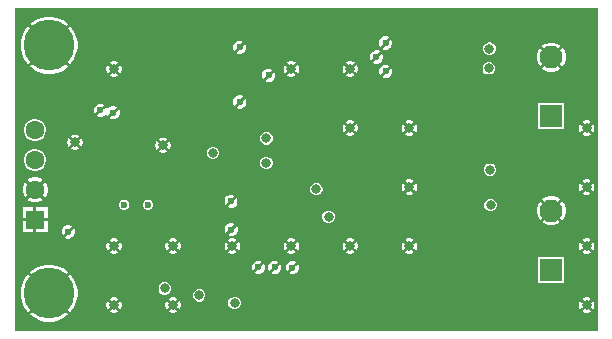
<source format=gbr>
%FSLAX23Y23*%
%MOIN*%
%SFA1B1*%

%IPPOS*%
%ADD50C,0.062992*%
%ADD51R,0.062992X0.062992*%
%ADD52C,0.076771*%
%ADD53R,0.076771X0.076771*%
%ADD54C,0.023622*%
%ADD55C,0.031496*%
%ADD56C,0.169291*%
%LNpcb1_copper_signal_2-1*%
%LPD*%
G36*
X4958Y3063D02*
X3014D01*
Y4141*
X4958*
Y3063*
G37*
%LNpcb1_copper_signal_2-2*%
%LPC*%
G36*
X3139Y4110D02*
X3120D01*
X3102Y4106*
X3085Y4099*
X3069Y4089*
X3066Y4086*
X3074Y4078*
X3067Y4071*
X3059Y4079*
X3056Y4076*
X3046Y4060*
X3038Y4043*
X3035Y4025*
Y4006*
X3038Y3988*
X3046Y3970*
X3056Y3955*
X3059Y3952*
X3067Y3960*
X3074Y3953*
X3066Y3945*
X3069Y3942*
X3085Y3931*
X3102Y3924*
X3120Y3921*
X3139*
X3157Y3924*
X3174Y3931*
X3190Y3942*
X3193Y3945*
X3185Y3953*
X3192Y3960*
X3200Y3952*
X3203Y3955*
X3213Y3970*
X3220Y3988*
X3224Y4006*
Y4025*
X3220Y4043*
X3213Y4060*
X3203Y4076*
X3200Y4079*
X3192Y4071*
X3185Y4078*
X3193Y4086*
X3190Y4089*
X3174Y4099*
X3157Y4106*
X3139Y4110*
G37*
G36*
X4256Y4045D02*
X4247D01*
X4239Y4042*
X4233Y4035*
X4230Y4027*
Y4019*
X4233Y4011*
X4241Y4020*
X4248Y4013*
X4240Y4004*
X4247Y4001*
X4256*
X4264Y4005*
X4270Y4011*
X4273Y4019*
Y4027*
X4270Y4035*
X4262Y4026*
X4255Y4033*
X4263Y4042*
X4256Y4045*
G37*
G36*
X4809Y4024D02*
X4796D01*
X4784Y4021*
X4773Y4015*
X4772Y4014*
X4780Y4006*
X4773Y3998*
X4765Y4007*
X4764Y4006*
X4758Y3995*
X4754Y3982*
Y3970*
X4758Y3957*
X4764Y3946*
X4765Y3945*
X4773Y3953*
X4780Y3946*
X4772Y3938*
X4773Y3937*
X4784Y3931*
X4796Y3927*
X4809*
X4821Y3931*
X4832Y3937*
X4833Y3938*
X4825Y3946*
X4832Y3953*
X4840Y3945*
X4841Y3946*
X4848Y3957*
X4851Y3970*
Y3982*
X4848Y3995*
X4841Y4006*
X4840Y4007*
X4832Y3998*
X4825Y4006*
X4833Y4014*
X4832Y4015*
X4821Y4021*
X4809Y4024*
G37*
G36*
X3768Y4030D02*
X3760D01*
X3752Y4027*
X3745Y4021*
X3742Y4013*
Y4004*
X3745Y3997*
X3754Y4005*
X3761Y3998*
X3752Y3990*
X3760Y3986*
X3768*
X3776Y3990*
X3782Y3996*
X3786Y4004*
Y4013*
X3783Y4020*
X3774Y4012*
X3767Y4019*
X3776Y4027*
X3768Y4030*
G37*
G36*
X4601Y4025D02*
X4593D01*
X4585Y4021*
X4579Y4016*
X4576Y4008*
Y4000*
X4579Y3992*
X4585Y3986*
X4593Y3983*
X4601*
X4609Y3986*
X4615Y3992*
X4618Y4000*
Y4008*
X4615Y4016*
X4609Y4021*
X4601Y4025*
G37*
G36*
X4224Y3998D02*
X4216D01*
X4208Y3994*
X4201Y3988*
X4198Y3980*
Y3972*
X4201Y3964*
X4210Y3973*
X4217Y3966*
X4208Y3957*
X4216Y3954*
X4224*
X4232Y3957*
X4238Y3964*
X4242Y3972*
Y3980*
X4239Y3988*
X4230Y3979*
X4223Y3986*
X4232Y3995*
X4224Y3998*
G37*
G36*
X4137Y3962D02*
X4130D01*
X4123Y3961*
X4119Y3958*
X4127Y3950*
X4120Y3943*
X4112Y3951*
X4109Y3946*
X4108Y3940*
Y3933*
X4109Y3927*
X4112Y3922*
X4120Y3930*
X4127Y3923*
X4119Y3915*
X4123Y3913*
X4130Y3911*
X4137*
X4143Y3913*
X4148Y3915*
X4140Y3923*
X4147Y3930*
X4155Y3922*
X4157Y3927*
X4159Y3933*
Y3940*
X4157Y3946*
X4155Y3951*
X4147Y3943*
X4140Y3950*
X4148Y3958*
X4143Y3961*
X4137Y3962*
G37*
G36*
X3940D02*
X3933D01*
X3927Y3961*
X3922Y3958*
X3930Y3950*
X3923Y3943*
X3915Y3951*
X3913Y3946*
X3911Y3940*
Y3933*
X3913Y3927*
X3915Y3922*
X3923Y3930*
X3930Y3923*
X3922Y3915*
X3927Y3913*
X3933Y3911*
X3940*
X3946Y3913*
X3951Y3915*
X3943Y3923*
X3950Y3930*
X3958Y3922*
X3961Y3927*
X3962Y3933*
Y3940*
X3961Y3946*
X3958Y3951*
X3950Y3943*
X3943Y3950*
X3951Y3958*
X3946Y3961*
X3940Y3962*
G37*
G36*
X3349D02*
X3343D01*
X3336Y3961*
X3332Y3958*
X3340Y3950*
X3333Y3943*
X3325Y3951*
X3322Y3946*
X3320Y3940*
Y3933*
X3322Y3927*
X3325Y3922*
X3333Y3930*
X3340Y3923*
X3332Y3915*
X3336Y3913*
X3343Y3911*
X3349*
X3356Y3913*
X3360Y3915*
X3352Y3923*
X3359Y3930*
X3367Y3922*
X3370Y3927*
X3372Y3933*
Y3940*
X3370Y3946*
X3367Y3951*
X3359Y3943*
X3352Y3950*
X3360Y3958*
X3356Y3961*
X3349Y3962*
G37*
G36*
X4599Y3959D02*
X4591D01*
X4583Y3956*
X4577Y3950*
X4574Y3942*
Y3934*
X4577Y3927*
X4583Y3921*
X4591Y3918*
X4599*
X4607Y3921*
X4612Y3927*
X4615Y3934*
Y3942*
X4612Y3950*
X4607Y3956*
X4599Y3959*
G37*
G36*
X4256Y3950D02*
X4247D01*
X4239Y3947*
X4233Y3941*
X4230Y3933*
Y3924*
X4233Y3917*
X4241Y3925*
X4248Y3918*
X4240Y3910*
X4247Y3907*
X4256*
X4264Y3910*
X4270Y3916*
X4273Y3924*
Y3933*
X4270Y3940*
X4262Y3932*
X4255Y3939*
X4263Y3947*
X4256Y3950*
G37*
G36*
X3866Y3937D02*
X3857D01*
X3849Y3934*
X3843Y3928*
X3840Y3920*
Y3911*
X3843Y3904*
X3851Y3912*
X3858Y3905*
X3850Y3897*
X3857Y3894*
X3866*
X3874Y3897*
X3880Y3903*
X3883Y3911*
Y3920*
X3880Y3927*
X3872Y3919*
X3865Y3926*
X3873Y3934*
X3866Y3937*
G37*
G36*
X3770Y3848D02*
X3761D01*
X3753Y3845*
X3747Y3838*
X3743Y3830*
Y3822*
X3747Y3814*
X3755Y3823*
X3762Y3816*
X3754Y3807*
X3761Y3804*
X3770*
X3778Y3808*
X3784Y3814*
X3787Y3822*
Y3830*
X3784Y3838*
X3776Y3829*
X3769Y3836*
X3777Y3845*
X3770Y3848*
G37*
G36*
X3305Y3820D02*
X3296D01*
X3288Y3816*
X3282Y3810*
X3279Y3802*
Y3794*
X3282Y3786*
X3290Y3795*
X3297Y3788*
X3289Y3779*
X3296Y3776*
X3305*
X3313Y3779*
X3316Y3783*
X3322Y3782*
X3323Y3779*
X3332Y3788*
X3339Y3780*
X3330Y3772*
X3338Y3769*
X3346*
X3354Y3772*
X3361Y3778*
X3364Y3787*
Y3795*
X3361Y3803*
X3352Y3794*
X3345Y3801*
X3354Y3810*
X3346Y3813*
X3338*
X3330Y3809*
X3326Y3806*
X3320Y3807*
X3319Y3810*
X3311Y3801*
X3304Y3808*
X3312Y3817*
X3305Y3820*
G37*
G36*
X4924Y3765D02*
X4917D01*
X4911Y3764*
X4906Y3761*
X4914Y3753*
X4907Y3746*
X4899Y3754*
X4897Y3750*
X4895Y3743*
Y3736*
X4897Y3730*
X4899Y3725*
X4907Y3733*
X4914Y3726*
X4906Y3718*
X4911Y3716*
X4917Y3714*
X4924*
X4931Y3716*
X4935Y3718*
X4927Y3726*
X4934Y3733*
X4942Y3725*
X4945Y3730*
X4947Y3736*
Y3743*
X4945Y3750*
X4942Y3754*
X4934Y3746*
X4927Y3753*
X4935Y3761*
X4931Y3764*
X4924Y3765*
G37*
G36*
X4334D02*
X4327D01*
X4320Y3764*
X4316Y3761*
X4324Y3753*
X4317Y3746*
X4309Y3754*
X4306Y3750*
X4304Y3743*
Y3736*
X4306Y3730*
X4309Y3725*
X4317Y3733*
X4324Y3726*
X4316Y3718*
X4320Y3716*
X4327Y3714*
X4334*
X4340Y3716*
X4345Y3718*
X4336Y3726*
X4344Y3733*
X4352Y3725*
X4354Y3730*
X4356Y3736*
Y3743*
X4354Y3750*
X4352Y3754*
X4344Y3746*
X4336Y3753*
X4345Y3761*
X4340Y3764*
X4334Y3765*
G37*
G36*
X4137D02*
X4130D01*
X4123Y3764*
X4119Y3761*
X4127Y3753*
X4120Y3746*
X4112Y3754*
X4109Y3750*
X4108Y3743*
Y3736*
X4109Y3730*
X4112Y3725*
X4120Y3733*
X4127Y3726*
X4119Y3718*
X4123Y3716*
X4130Y3714*
X4137*
X4143Y3716*
X4148Y3718*
X4140Y3726*
X4147Y3733*
X4155Y3725*
X4157Y3730*
X4159Y3736*
Y3743*
X4157Y3750*
X4155Y3754*
X4147Y3746*
X4140Y3753*
X4148Y3761*
X4143Y3764*
X4137Y3765*
G37*
G36*
X4846Y3822D02*
X4759D01*
Y3736*
X4846*
Y3822*
G37*
G36*
X3218Y3717D02*
X3212D01*
X3205Y3716*
X3201Y3713*
X3209Y3705*
X3202Y3698*
X3193Y3706*
X3191Y3701*
X3189Y3695*
Y3688*
X3191Y3682*
X3193Y3677*
X3202Y3685*
X3209Y3678*
X3201Y3670*
X3205Y3668*
X3212Y3666*
X3218*
X3225Y3668*
X3229Y3670*
X3221Y3678*
X3228Y3685*
X3236Y3677*
X3239Y3682*
X3241Y3688*
Y3695*
X3239Y3701*
X3236Y3706*
X3228Y3698*
X3221Y3705*
X3229Y3713*
X3225Y3716*
X3218Y3717*
G37*
G36*
X3087Y3770D02*
X3077D01*
X3068Y3767*
X3060Y3763*
X3053Y3756*
X3048Y3747*
X3046Y3738*
Y3729*
X3048Y3719*
X3053Y3711*
X3060Y3704*
X3068Y3699*
X3077Y3697*
X3087*
X3096Y3699*
X3105Y3704*
X3111Y3711*
X3116Y3719*
X3119Y3729*
Y3738*
X3116Y3747*
X3111Y3756*
X3105Y3763*
X3096Y3767*
X3087Y3770*
G37*
G36*
X3512Y3707D02*
X3505D01*
X3498Y3706*
X3494Y3703*
X3502Y3695*
X3495Y3688*
X3487Y3696*
X3484Y3691*
X3483Y3685*
Y3678*
X3484Y3672*
X3487Y3667*
X3495Y3675*
X3502Y3668*
X3494Y3660*
X3498Y3658*
X3505Y3656*
X3512*
X3518Y3658*
X3523Y3660*
X3515Y3668*
X3522Y3675*
X3530Y3667*
X3532Y3672*
X3534Y3678*
Y3685*
X3532Y3691*
X3530Y3696*
X3522Y3688*
X3515Y3695*
X3523Y3703*
X3518Y3706*
X3512Y3707*
G37*
G36*
X3858Y3726D02*
X3849D01*
X3842Y3723*
X3836Y3717*
X3833Y3709*
Y3701*
X3836Y3693*
X3842Y3688*
X3849Y3684*
X3858*
X3865Y3688*
X3871Y3693*
X3874Y3701*
Y3709*
X3871Y3717*
X3865Y3723*
X3858Y3726*
G37*
G36*
X3680Y3677D02*
X3671D01*
X3664Y3673*
X3658Y3668*
X3655Y3660*
Y3652*
X3658Y3644*
X3664Y3638*
X3671Y3635*
X3680*
X3687Y3638*
X3693Y3644*
X3696Y3652*
Y3660*
X3693Y3668*
X3687Y3673*
X3680Y3677*
G37*
G36*
X3857Y3644D02*
X3849D01*
X3841Y3640*
X3836Y3635*
X3832Y3627*
Y3619*
X3836Y3611*
X3841Y3605*
X3849Y3602*
X3857*
X3865Y3605*
X3871Y3611*
X3874Y3619*
Y3627*
X3871Y3635*
X3865Y3640*
X3857Y3644*
G37*
G36*
X3087Y3670D02*
X3077D01*
X3068Y3667*
X3060Y3663*
X3053Y3656*
X3048Y3647*
X3046Y3638*
Y3629*
X3048Y3619*
X3053Y3611*
X3060Y3604*
X3068Y3599*
X3077Y3597*
X3087*
X3096Y3599*
X3105Y3604*
X3111Y3611*
X3116Y3619*
X3119Y3629*
Y3638*
X3116Y3647*
X3111Y3656*
X3105Y3663*
X3096Y3667*
X3087Y3670*
G37*
G36*
X4603Y3621D02*
X4595D01*
X4587Y3618*
X4582Y3612*
X4578Y3604*
Y3596*
X4582Y3588*
X4587Y3582*
X4595Y3579*
X4603*
X4611Y3582*
X4617Y3588*
X4620Y3596*
Y3604*
X4617Y3612*
X4611Y3618*
X4603Y3621*
G37*
G36*
X3088Y3575D02*
X3077D01*
X3066Y3572*
X3057Y3567*
X3056Y3566*
X3064Y3558*
X3057Y3551*
X3049Y3559*
X3049Y3559*
X3044Y3549*
X3041Y3539*
Y3528*
X3044Y3517*
X3049Y3508*
X3049Y3508*
X3057Y3516*
X3064Y3509*
X3056Y3500*
X3057Y3500*
X3066Y3495*
X3077Y3492*
X3088*
X3098Y3495*
X3108Y3500*
X3108Y3500*
X3100Y3509*
X3107Y3516*
X3115Y3508*
X3115Y3508*
X3121Y3517*
X3124Y3528*
Y3539*
X3121Y3549*
X3115Y3559*
X3115Y3559*
X3107Y3551*
X3100Y3558*
X3108Y3566*
X3108Y3567*
X3098Y3572*
X3088Y3575*
G37*
G36*
X4924Y3569D02*
X4917D01*
X4911Y3567*
X4906Y3564*
X4914Y3556*
X4907Y3549*
X4899Y3557*
X4897Y3553*
X4895Y3546*
Y3539*
X4897Y3533*
X4899Y3528*
X4907Y3537*
X4914Y3529*
X4906Y3521*
X4911Y3519*
X4917Y3517*
X4924*
X4931Y3519*
X4935Y3521*
X4927Y3529*
X4934Y3537*
X4942Y3528*
X4945Y3533*
X4947Y3539*
Y3546*
X4945Y3553*
X4942Y3557*
X4934Y3549*
X4927Y3556*
X4935Y3564*
X4931Y3567*
X4924Y3569*
G37*
G36*
X4334D02*
X4327D01*
X4320Y3567*
X4316Y3564*
X4324Y3556*
X4317Y3549*
X4309Y3557*
X4306Y3553*
X4304Y3546*
Y3539*
X4306Y3533*
X4309Y3528*
X4317Y3537*
X4324Y3529*
X4316Y3521*
X4320Y3519*
X4327Y3517*
X4334*
X4340Y3519*
X4345Y3521*
X4336Y3529*
X4344Y3537*
X4352Y3528*
X4354Y3533*
X4356Y3539*
Y3546*
X4354Y3553*
X4352Y3557*
X4344Y3549*
X4336Y3556*
X4345Y3564*
X4340Y3567*
X4334Y3569*
G37*
G36*
X4024Y3556D02*
X4016D01*
X4008Y3553*
X4002Y3547*
X3999Y3540*
Y3532*
X4002Y3524*
X4008Y3518*
X4016Y3515*
X4024*
X4032Y3518*
X4037Y3524*
X4041Y3532*
Y3540*
X4037Y3547*
X4032Y3553*
X4024Y3556*
G37*
G36*
X4809Y3512D02*
X4796D01*
X4784Y3509*
X4773Y3503*
X4772Y3502*
X4780Y3494*
X4773Y3487*
X4765Y3495*
X4764Y3494*
X4758Y3483*
X4754Y3470*
Y3458*
X4758Y3445*
X4764Y3434*
X4765Y3433*
X4773Y3441*
X4780Y3434*
X4772Y3426*
X4773Y3425*
X4784Y3419*
X4796Y3416*
X4809*
X4821Y3419*
X4832Y3425*
X4833Y3426*
X4825Y3434*
X4832Y3441*
X4840Y3433*
X4841Y3434*
X4848Y3445*
X4851Y3458*
Y3470*
X4848Y3483*
X4841Y3494*
X4840Y3495*
X4832Y3487*
X4825Y3494*
X4833Y3502*
X4832Y3503*
X4821Y3509*
X4809Y3512*
G37*
G36*
X3740Y3517D02*
X3731D01*
X3723Y3514*
X3717Y3508*
X3714Y3500*
Y3491*
X3717Y3484*
X3725Y3492*
X3732Y3485*
X3724Y3477*
X3731Y3474*
X3740*
X3748Y3477*
X3754Y3483*
X3757Y3491*
Y3500*
X3754Y3507*
X3746Y3499*
X3739Y3506*
X3747Y3514*
X3740Y3517*
G37*
G36*
X3462Y3501D02*
X3455D01*
X3449Y3498*
X3444Y3493*
X3441Y3487*
Y3480*
X3444Y3474*
X3449Y3470*
X3455Y3467*
X3462*
X3468Y3470*
X3472Y3474*
X3475Y3480*
Y3487*
X3472Y3493*
X3468Y3498*
X3462Y3501*
G37*
G36*
X3383D02*
X3376D01*
X3370Y3498*
X3365Y3493*
X3363Y3487*
Y3480*
X3365Y3474*
X3370Y3470*
X3376Y3467*
X3383*
X3389Y3470*
X3394Y3474*
X3396Y3480*
Y3487*
X3394Y3493*
X3389Y3498*
X3383Y3501*
G37*
G36*
X3124Y3475D02*
X3087D01*
Y3464*
X3077*
Y3475*
X3041*
Y3438*
X3052*
Y3428*
X3041*
Y3392*
X3077*
Y3403*
X3087*
Y3392*
X3124*
Y3428*
X3113*
Y3438*
X3124*
Y3475*
G37*
G36*
X4605Y3503D02*
X4596D01*
X4589Y3500*
X4583Y3494*
X4580Y3486*
Y3478*
X4583Y3471*
X4589Y3465*
X4596Y3462*
X4605*
X4612Y3465*
X4618Y3471*
X4621Y3478*
Y3486*
X4618Y3494*
X4612Y3500*
X4605Y3503*
G37*
G36*
X4065Y3464D02*
X4056D01*
X4049Y3461*
X4043Y3455*
X4040Y3448*
Y3440*
X4043Y3432*
X4049Y3426*
X4056Y3423*
X4065*
X4072Y3426*
X4078Y3432*
X4081Y3440*
Y3448*
X4078Y3455*
X4072Y3461*
X4065Y3464*
G37*
G36*
X3740Y3423D02*
X3731D01*
X3723Y3420*
X3717Y3413*
X3714Y3405*
Y3397*
X3717Y3389*
X3725Y3398*
X3732Y3391*
X3724Y3382*
X3731Y3379*
X3740*
X3748Y3383*
X3754Y3389*
X3758Y3397*
Y3405*
X3754Y3413*
X3746Y3404*
X3739Y3411*
X3747Y3420*
X3740Y3423*
G37*
G36*
X3197Y3415D02*
X3188D01*
X3180Y3412*
X3174Y3406*
X3171Y3398*
Y3389*
X3174Y3382*
X3182Y3390*
X3189Y3383*
X3181Y3374*
X3188Y3371*
X3197*
X3205Y3375*
X3211Y3381*
X3214Y3389*
Y3398*
X3211Y3405*
X3203Y3396*
X3196Y3404*
X3204Y3412*
X3197Y3415*
G37*
G36*
X4924Y3372D02*
X4917D01*
X4911Y3370*
X4906Y3367*
X4914Y3359*
X4907Y3352*
X4899Y3360*
X4897Y3356*
X4895Y3349*
Y3343*
X4897Y3336*
X4899Y3332*
X4907Y3340*
X4914Y3333*
X4906Y3325*
X4911Y3322*
X4917Y3320*
X4924*
X4931Y3322*
X4935Y3325*
X4927Y3333*
X4934Y3340*
X4942Y3332*
X4945Y3336*
X4947Y3343*
Y3349*
X4945Y3356*
X4942Y3360*
X4934Y3352*
X4927Y3359*
X4935Y3367*
X4931Y3370*
X4924Y3372*
G37*
G36*
X4334D02*
X4327D01*
X4320Y3370*
X4316Y3367*
X4324Y3359*
X4317Y3352*
X4309Y3360*
X4306Y3356*
X4304Y3349*
Y3343*
X4306Y3336*
X4309Y3332*
X4317Y3340*
X4324Y3333*
X4316Y3325*
X4320Y3322*
X4327Y3320*
X4334*
X4340Y3322*
X4345Y3325*
X4336Y3333*
X4344Y3340*
X4352Y3332*
X4354Y3336*
X4356Y3343*
Y3349*
X4354Y3356*
X4352Y3360*
X4344Y3352*
X4336Y3359*
X4345Y3367*
X4340Y3370*
X4334Y3372*
G37*
G36*
X4137D02*
X4130D01*
X4123Y3370*
X4119Y3367*
X4127Y3359*
X4120Y3352*
X4112Y3360*
X4109Y3356*
X4108Y3349*
Y3343*
X4109Y3336*
X4112Y3332*
X4120Y3340*
X4127Y3333*
X4119Y3325*
X4123Y3322*
X4130Y3320*
X4137*
X4143Y3322*
X4148Y3325*
X4140Y3333*
X4147Y3340*
X4155Y3332*
X4157Y3336*
X4159Y3343*
Y3349*
X4157Y3356*
X4155Y3360*
X4147Y3352*
X4140Y3359*
X4148Y3367*
X4143Y3370*
X4137Y3372*
G37*
G36*
X3940D02*
X3933D01*
X3927Y3370*
X3922Y3367*
X3930Y3359*
X3923Y3352*
X3915Y3360*
X3913Y3356*
X3911Y3349*
Y3343*
X3913Y3336*
X3915Y3332*
X3923Y3340*
X3930Y3333*
X3922Y3325*
X3927Y3322*
X3933Y3320*
X3940*
X3946Y3322*
X3951Y3325*
X3943Y3333*
X3950Y3340*
X3958Y3332*
X3961Y3336*
X3962Y3343*
Y3349*
X3961Y3356*
X3958Y3360*
X3950Y3352*
X3943Y3359*
X3951Y3367*
X3946Y3370*
X3940Y3372*
G37*
G36*
X3743D02*
X3736D01*
X3730Y3370*
X3725Y3367*
X3733Y3359*
X3726Y3352*
X3718Y3360*
X3716Y3356*
X3714Y3349*
Y3343*
X3716Y3336*
X3718Y3332*
X3726Y3340*
X3733Y3333*
X3725Y3325*
X3730Y3322*
X3736Y3320*
X3743*
X3750Y3322*
X3754Y3325*
X3746Y3333*
X3753Y3340*
X3761Y3332*
X3764Y3336*
X3765Y3343*
Y3349*
X3764Y3356*
X3761Y3360*
X3753Y3352*
X3746Y3359*
X3754Y3367*
X3750Y3370*
X3743Y3372*
G37*
G36*
X3546D02*
X3539D01*
X3533Y3370*
X3528Y3367*
X3537Y3359*
X3529Y3352*
X3521Y3360*
X3519Y3356*
X3517Y3349*
Y3343*
X3519Y3336*
X3521Y3332*
X3529Y3340*
X3537Y3333*
X3528Y3325*
X3533Y3322*
X3539Y3320*
X3546*
X3553Y3322*
X3557Y3325*
X3549Y3333*
X3556Y3340*
X3564Y3332*
X3567Y3336*
X3569Y3343*
Y3349*
X3567Y3356*
X3564Y3360*
X3556Y3352*
X3549Y3359*
X3557Y3367*
X3553Y3370*
X3546Y3372*
G37*
G36*
X3349D02*
X3343D01*
X3336Y3370*
X3332Y3367*
X3340Y3359*
X3333Y3352*
X3325Y3360*
X3322Y3356*
X3320Y3349*
Y3343*
X3322Y3336*
X3325Y3332*
X3333Y3340*
X3340Y3333*
X3332Y3325*
X3336Y3322*
X3343Y3320*
X3349*
X3356Y3322*
X3360Y3325*
X3352Y3333*
X3359Y3340*
X3367Y3332*
X3370Y3336*
X3372Y3343*
Y3349*
X3370Y3356*
X3367Y3360*
X3359Y3352*
X3352Y3359*
X3360Y3367*
X3356Y3370*
X3349Y3372*
G37*
G36*
X3886Y3297D02*
X3877D01*
X3869Y3294*
X3863Y3287*
X3860Y3279*
Y3271*
X3863Y3263*
X3871Y3272*
X3878Y3265*
X3870Y3256*
X3877Y3253*
X3886*
X3894Y3257*
X3900Y3263*
X3903Y3271*
Y3279*
X3900Y3287*
X3892Y3278*
X3885Y3285*
X3893Y3294*
X3886Y3297*
G37*
G36*
X3831D02*
X3822D01*
X3814Y3294*
X3808Y3287*
X3804Y3279*
Y3271*
X3808Y3263*
X3816Y3272*
X3823Y3265*
X3815Y3256*
X3822Y3253*
X3831*
X3839Y3257*
X3845Y3263*
X3848Y3271*
Y3279*
X3845Y3287*
X3837Y3278*
X3830Y3285*
X3838Y3294*
X3831Y3297*
G37*
G36*
X3945Y3296D02*
X3936D01*
X3928Y3292*
X3922Y3286*
X3919Y3278*
Y3270*
X3922Y3262*
X3930Y3271*
X3937Y3263*
X3929Y3255*
X3936Y3252*
X3945*
X3953Y3255*
X3959Y3261*
X3962Y3270*
Y3278*
X3959Y3286*
X3951Y3277*
X3944Y3284*
X3952Y3293*
X3945Y3296*
G37*
G36*
X3139Y3283D02*
X3120D01*
X3102Y3279*
X3085Y3272*
X3069Y3262*
X3066Y3259*
X3074Y3251*
X3067Y3244*
X3059Y3252*
X3056Y3249*
X3046Y3233*
X3038Y3216*
X3035Y3198*
Y3179*
X3038Y3161*
X3046Y3144*
X3056Y3128*
X3059Y3125*
X3067Y3133*
X3074Y3126*
X3066Y3118*
X3069Y3115*
X3085Y3105*
X3102Y3097*
X3120Y3094*
X3139*
X3157Y3097*
X3174Y3105*
X3190Y3115*
X3193Y3118*
X3185Y3126*
X3192Y3133*
X3200Y3125*
X3203Y3128*
X3213Y3144*
X3220Y3161*
X3224Y3179*
Y3198*
X3220Y3216*
X3213Y3233*
X3203Y3249*
X3200Y3252*
X3192Y3244*
X3185Y3251*
X3193Y3259*
X3190Y3262*
X3174Y3272*
X3157Y3279*
X3139Y3283*
G37*
G36*
X4846Y3311D02*
X4759D01*
Y3224*
X4846*
Y3311*
G37*
G36*
X3519Y3226D02*
X3510D01*
X3503Y3222*
X3497Y3217*
X3494Y3209*
Y3201*
X3497Y3193*
X3503Y3187*
X3510Y3184*
X3519*
X3526Y3187*
X3532Y3193*
X3535Y3201*
Y3209*
X3532Y3217*
X3526Y3222*
X3519Y3226*
G37*
G36*
X3634Y3203D02*
X3626D01*
X3618Y3200*
X3612Y3194*
X3609Y3186*
Y3178*
X3612Y3170*
X3618Y3165*
X3626Y3161*
X3634*
X3641Y3165*
X3647Y3170*
X3650Y3178*
Y3186*
X3647Y3194*
X3641Y3200*
X3634Y3203*
G37*
G36*
X4924Y3175D02*
X4917D01*
X4911Y3173*
X4906Y3171*
X4914Y3162*
X4907Y3155*
X4899Y3163*
X4897Y3159*
X4895Y3152*
Y3146*
X4897Y3139*
X4899Y3135*
X4907Y3143*
X4914Y3136*
X4906Y3128*
X4911Y3125*
X4917Y3123*
X4924*
X4931Y3125*
X4935Y3128*
X4927Y3136*
X4934Y3143*
X4942Y3135*
X4945Y3139*
X4947Y3146*
Y3152*
X4945Y3159*
X4942Y3163*
X4934Y3155*
X4927Y3162*
X4935Y3171*
X4931Y3173*
X4924Y3175*
G37*
G36*
X3546D02*
X3539D01*
X3533Y3173*
X3528Y3171*
X3537Y3162*
X3529Y3155*
X3521Y3163*
X3519Y3159*
X3517Y3152*
Y3146*
X3519Y3139*
X3521Y3135*
X3529Y3143*
X3537Y3136*
X3528Y3128*
X3533Y3125*
X3539Y3123*
X3546*
X3553Y3125*
X3557Y3128*
X3549Y3136*
X3556Y3143*
X3564Y3135*
X3567Y3139*
X3569Y3146*
Y3152*
X3567Y3159*
X3564Y3163*
X3556Y3155*
X3549Y3162*
X3557Y3171*
X3553Y3173*
X3546Y3175*
G37*
G36*
X3349D02*
X3343D01*
X3336Y3173*
X3332Y3171*
X3340Y3162*
X3333Y3155*
X3325Y3163*
X3322Y3159*
X3320Y3152*
Y3146*
X3322Y3139*
X3325Y3135*
X3333Y3143*
X3340Y3136*
X3332Y3128*
X3336Y3125*
X3343Y3123*
X3349*
X3356Y3125*
X3360Y3128*
X3352Y3136*
X3359Y3143*
X3367Y3135*
X3370Y3139*
X3372Y3146*
Y3152*
X3370Y3159*
X3367Y3163*
X3359Y3155*
X3352Y3162*
X3360Y3171*
X3356Y3173*
X3349Y3175*
G37*
G36*
X3752Y3177D02*
X3744D01*
X3736Y3173*
X3730Y3168*
X3727Y3160*
Y3152*
X3730Y3144*
X3736Y3138*
X3744Y3135*
X3752*
X3760Y3138*
X3766Y3144*
X3769Y3152*
Y3160*
X3766Y3168*
X3760Y3173*
X3752Y3177*
G37*
%LNpcb1_copper_signal_2-3*%
%LPD*%
G54D50*
X3082Y3733D03*
Y3633D03*
Y3533D03*
G54D51*
X3082Y3433D03*
G54D52*
X4803Y3464D03*
Y3976D03*
G54D53*
X4803Y3267D03*
Y3779D03*
G54D54*
X3300Y3798D03*
X3736Y3495D03*
X3764Y4008D03*
X3861Y3916D03*
X3765Y3826D03*
X3192Y3393D03*
X3736Y3401D03*
X3826Y3275D03*
X3881D03*
X3940Y3274D03*
X4220Y3976D03*
X4251Y4023D03*
Y3929D03*
X3342Y3791D03*
X3379Y3484D03*
X3458D03*
G54D55*
X4597Y4004D03*
X3508Y3682D03*
X3215Y3692D03*
X4921Y3149D03*
Y3346D03*
Y3543D03*
Y3740D03*
X3543Y3346D03*
X3346D03*
Y3149D03*
X3543D03*
X3740Y3346D03*
X3937D03*
X4133D03*
X4330D03*
Y3543D03*
Y3740D03*
X4133D03*
Y3937D03*
X3937D03*
X3346D03*
X3514Y3205D03*
X3630Y3182D03*
X3748Y3156D03*
X4595Y3938D03*
X4599Y3600D03*
X4601Y3482D03*
X4061Y3444D03*
X4020Y3536D03*
X3853Y3705D03*
X3853Y3623D03*
X3676Y3656D03*
G54D56*
X3129Y3188D03*
Y4015D03*
M02*
</source>
